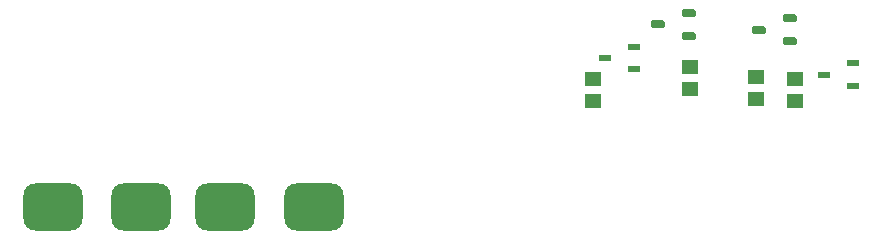
<source format=gbp>
G04*
G04 #@! TF.GenerationSoftware,Altium Limited,Altium Designer,24.1.2 (44)*
G04*
G04 Layer_Color=128*
%FSLAX44Y44*%
%MOMM*%
G71*
G04*
G04 #@! TF.SameCoordinates,D2D56AAB-03D1-4060-B023-2ADA986DFB4E*
G04*
G04*
G04 #@! TF.FilePolarity,Positive*
G04*
G01*
G75*
G04:AMPARAMS|DCode=29|XSize=0.65mm|YSize=1.2mm|CornerRadius=0.1625mm|HoleSize=0mm|Usage=FLASHONLY|Rotation=270.000|XOffset=0mm|YOffset=0mm|HoleType=Round|Shape=RoundedRectangle|*
%AMROUNDEDRECTD29*
21,1,0.6500,0.8750,0,0,270.0*
21,1,0.3250,1.2000,0,0,270.0*
1,1,0.3250,-0.4375,-0.1625*
1,1,0.3250,-0.4375,0.1625*
1,1,0.3250,0.4375,0.1625*
1,1,0.3250,0.4375,-0.1625*
%
%ADD29ROUNDEDRECTD29*%
%ADD30R,1.3500X1.1500*%
%ADD39R,1.1000X0.6000*%
G04:AMPARAMS|DCode=103|XSize=5mm|YSize=4mm|CornerRadius=1mm|HoleSize=0mm|Usage=FLASHONLY|Rotation=0.000|XOffset=0mm|YOffset=0mm|HoleType=Round|Shape=RoundedRectangle|*
%AMROUNDEDRECTD103*
21,1,5.0000,2.0000,0,0,0.0*
21,1,3.0000,4.0000,0,0,0.0*
1,1,2.0000,1.5000,-1.0000*
1,1,2.0000,-1.5000,-1.0000*
1,1,2.0000,-1.5000,1.0000*
1,1,2.0000,1.5000,1.0000*
%
%ADD103ROUNDEDRECTD103*%
D29*
X630590Y175870D02*
D03*
X656590Y166370D02*
D03*
Y185370D02*
D03*
X715980Y171450D02*
D03*
X741980Y161950D02*
D03*
Y180950D02*
D03*
D30*
X575310Y111400D02*
D03*
Y129900D02*
D03*
X657860Y140060D02*
D03*
Y121560D02*
D03*
X746760Y111400D02*
D03*
Y129900D02*
D03*
X713740Y131170D02*
D03*
Y112670D02*
D03*
D39*
X586020Y147320D02*
D03*
X610320Y137820D02*
D03*
Y156820D02*
D03*
X771440Y133350D02*
D03*
X795740Y123850D02*
D03*
Y142850D02*
D03*
D103*
X193110Y21016D02*
D03*
X118110D02*
D03*
X264160Y21590D02*
D03*
X339160D02*
D03*
M02*

</source>
